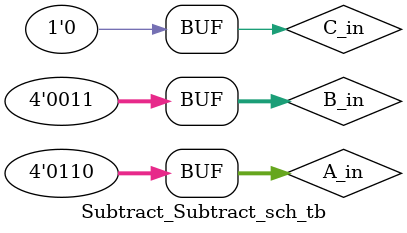
<source format=v>

`timescale 1ns / 1ps

module Subtract_Subtract_sch_tb();

// Inputs
   reg [3:0] A_in;
   reg [3:0] B_in;
   reg C_in;

// Output
   wire C_out;
   wire [3:0] S_out;

// Bidirs

// Instantiate the UUT
   Subtract UUT (
		.A_in(A_in), 
		.C_out(C_out), 
		.S_out(S_out), 
		.B_in(B_in), 
		.C_in(C_in)
   );
// Initialize Inputs
      initial begin
		A_in = 0;
		B_in = 0;
		C_in = 0;
		
		//Subtract 14 - 2 
		#100				
		A_in = 14;
		B_in = 2;
		
		//Subtract 6 - 3
		#100				
		A_in = 6;
		B_in = 3;	
		end
endmodule

</source>
